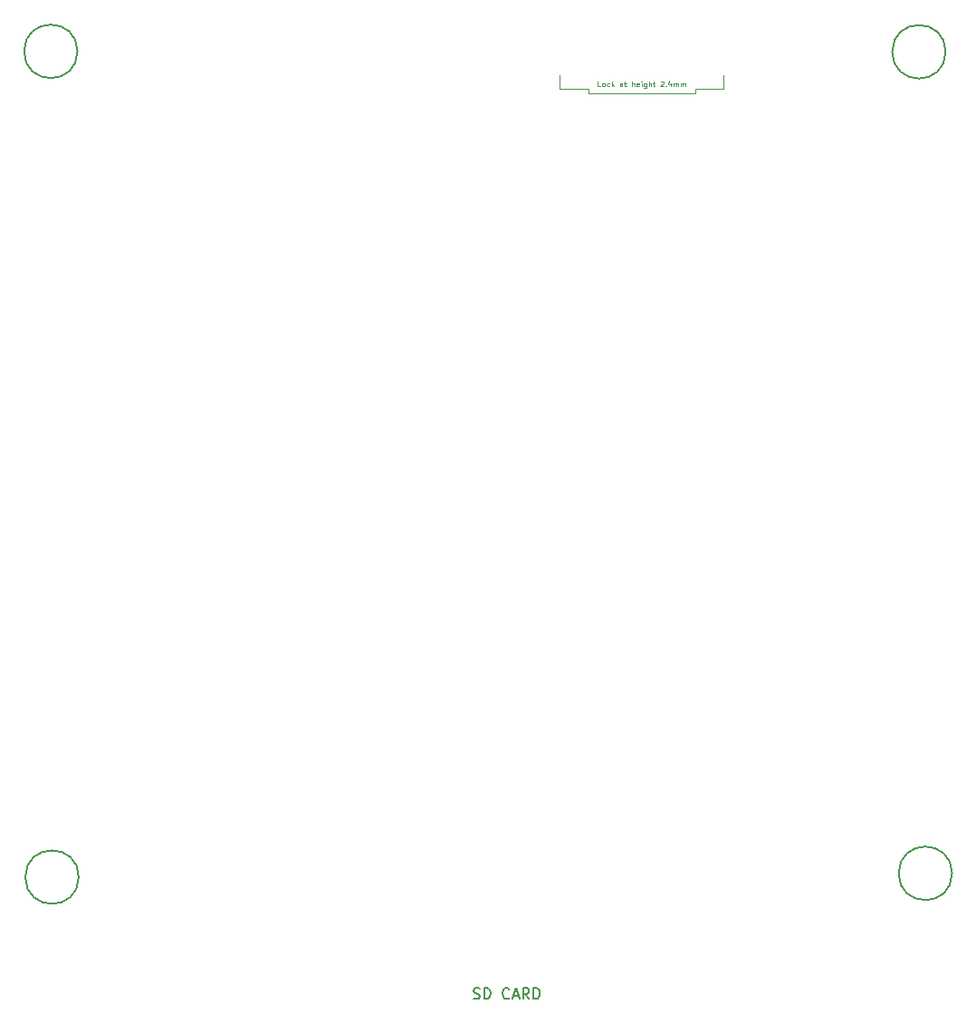
<source format=gbr>
G04 #@! TF.GenerationSoftware,KiCad,Pcbnew,5.1.5-52549c5~86~ubuntu18.04.1*
G04 #@! TF.CreationDate,2020-05-25T12:27:11-05:00*
G04 #@! TF.ProjectId,AICE,41494345-2e6b-4696-9361-645f70636258,rev?*
G04 #@! TF.SameCoordinates,Original*
G04 #@! TF.FileFunction,Other,Comment*
%FSLAX46Y46*%
G04 Gerber Fmt 4.6, Leading zero omitted, Abs format (unit mm)*
G04 Created by KiCad (PCBNEW 5.1.5-52549c5~86~ubuntu18.04.1) date 2020-05-25 12:27:11*
%MOMM*%
%LPD*%
G04 APERTURE LIST*
%ADD10C,0.100000*%
%ADD11C,0.150000*%
%ADD12C,0.060000*%
G04 APERTURE END LIST*
D10*
X87420000Y-71190000D02*
X84770000Y-71190000D01*
X97420000Y-71590000D02*
X97420000Y-71190000D01*
X97420000Y-71190000D02*
X100070000Y-71190000D01*
X97420000Y-71590000D02*
X87420000Y-71590000D01*
X100070000Y-71190000D02*
X100070000Y-69860000D01*
X84770000Y-71190000D02*
X84770000Y-69860000D01*
X87420000Y-71590000D02*
X87420000Y-71190000D01*
D11*
X39780000Y-144800000D02*
G75*
G03X39780000Y-144800000I-2500000J0D01*
G01*
X39666000Y-67652000D02*
G75*
G03X39666000Y-67652000I-2500000J0D01*
G01*
X121450000Y-144450000D02*
G75*
G03X121450000Y-144450000I-2500000J0D01*
G01*
X120850000Y-67690000D02*
G75*
G03X120850000Y-67690000I-2500000J0D01*
G01*
D12*
X88574761Y-70936190D02*
X88336666Y-70936190D01*
X88336666Y-70436190D01*
X88812857Y-70936190D02*
X88765238Y-70912380D01*
X88741428Y-70888571D01*
X88717619Y-70840952D01*
X88717619Y-70698095D01*
X88741428Y-70650476D01*
X88765238Y-70626666D01*
X88812857Y-70602857D01*
X88884285Y-70602857D01*
X88931904Y-70626666D01*
X88955714Y-70650476D01*
X88979523Y-70698095D01*
X88979523Y-70840952D01*
X88955714Y-70888571D01*
X88931904Y-70912380D01*
X88884285Y-70936190D01*
X88812857Y-70936190D01*
X89408095Y-70912380D02*
X89360476Y-70936190D01*
X89265238Y-70936190D01*
X89217619Y-70912380D01*
X89193809Y-70888571D01*
X89170000Y-70840952D01*
X89170000Y-70698095D01*
X89193809Y-70650476D01*
X89217619Y-70626666D01*
X89265238Y-70602857D01*
X89360476Y-70602857D01*
X89408095Y-70626666D01*
X89622380Y-70936190D02*
X89622380Y-70436190D01*
X89670000Y-70745714D02*
X89812857Y-70936190D01*
X89812857Y-70602857D02*
X89622380Y-70793333D01*
X90622380Y-70936190D02*
X90622380Y-70674285D01*
X90598571Y-70626666D01*
X90550952Y-70602857D01*
X90455714Y-70602857D01*
X90408095Y-70626666D01*
X90622380Y-70912380D02*
X90574761Y-70936190D01*
X90455714Y-70936190D01*
X90408095Y-70912380D01*
X90384285Y-70864761D01*
X90384285Y-70817142D01*
X90408095Y-70769523D01*
X90455714Y-70745714D01*
X90574761Y-70745714D01*
X90622380Y-70721904D01*
X90789047Y-70602857D02*
X90979523Y-70602857D01*
X90860476Y-70436190D02*
X90860476Y-70864761D01*
X90884285Y-70912380D01*
X90931904Y-70936190D01*
X90979523Y-70936190D01*
X91527142Y-70936190D02*
X91527142Y-70436190D01*
X91741428Y-70936190D02*
X91741428Y-70674285D01*
X91717619Y-70626666D01*
X91670000Y-70602857D01*
X91598571Y-70602857D01*
X91550952Y-70626666D01*
X91527142Y-70650476D01*
X92170000Y-70912380D02*
X92122380Y-70936190D01*
X92027142Y-70936190D01*
X91979523Y-70912380D01*
X91955714Y-70864761D01*
X91955714Y-70674285D01*
X91979523Y-70626666D01*
X92027142Y-70602857D01*
X92122380Y-70602857D01*
X92170000Y-70626666D01*
X92193809Y-70674285D01*
X92193809Y-70721904D01*
X91955714Y-70769523D01*
X92408095Y-70936190D02*
X92408095Y-70602857D01*
X92408095Y-70436190D02*
X92384285Y-70460000D01*
X92408095Y-70483809D01*
X92431904Y-70460000D01*
X92408095Y-70436190D01*
X92408095Y-70483809D01*
X92860476Y-70602857D02*
X92860476Y-71007619D01*
X92836666Y-71055238D01*
X92812857Y-71079047D01*
X92765238Y-71102857D01*
X92693809Y-71102857D01*
X92646190Y-71079047D01*
X92860476Y-70912380D02*
X92812857Y-70936190D01*
X92717619Y-70936190D01*
X92670000Y-70912380D01*
X92646190Y-70888571D01*
X92622380Y-70840952D01*
X92622380Y-70698095D01*
X92646190Y-70650476D01*
X92670000Y-70626666D01*
X92717619Y-70602857D01*
X92812857Y-70602857D01*
X92860476Y-70626666D01*
X93098571Y-70936190D02*
X93098571Y-70436190D01*
X93312857Y-70936190D02*
X93312857Y-70674285D01*
X93289047Y-70626666D01*
X93241428Y-70602857D01*
X93170000Y-70602857D01*
X93122380Y-70626666D01*
X93098571Y-70650476D01*
X93479523Y-70602857D02*
X93670000Y-70602857D01*
X93550952Y-70436190D02*
X93550952Y-70864761D01*
X93574761Y-70912380D01*
X93622380Y-70936190D01*
X93670000Y-70936190D01*
X94193809Y-70483809D02*
X94217619Y-70460000D01*
X94265238Y-70436190D01*
X94384285Y-70436190D01*
X94431904Y-70460000D01*
X94455714Y-70483809D01*
X94479523Y-70531428D01*
X94479523Y-70579047D01*
X94455714Y-70650476D01*
X94170000Y-70936190D01*
X94479523Y-70936190D01*
X94693809Y-70888571D02*
X94717619Y-70912380D01*
X94693809Y-70936190D01*
X94670000Y-70912380D01*
X94693809Y-70888571D01*
X94693809Y-70936190D01*
X95146190Y-70602857D02*
X95146190Y-70936190D01*
X95027142Y-70412380D02*
X94908095Y-70769523D01*
X95217619Y-70769523D01*
X95408095Y-70936190D02*
X95408095Y-70602857D01*
X95408095Y-70650476D02*
X95431904Y-70626666D01*
X95479523Y-70602857D01*
X95550952Y-70602857D01*
X95598571Y-70626666D01*
X95622380Y-70674285D01*
X95622380Y-70936190D01*
X95622380Y-70674285D02*
X95646190Y-70626666D01*
X95693809Y-70602857D01*
X95765238Y-70602857D01*
X95812857Y-70626666D01*
X95836666Y-70674285D01*
X95836666Y-70936190D01*
X96074761Y-70936190D02*
X96074761Y-70602857D01*
X96074761Y-70650476D02*
X96098571Y-70626666D01*
X96146190Y-70602857D01*
X96217619Y-70602857D01*
X96265238Y-70626666D01*
X96289047Y-70674285D01*
X96289047Y-70936190D01*
X96289047Y-70674285D02*
X96312857Y-70626666D01*
X96360476Y-70602857D01*
X96431904Y-70602857D01*
X96479523Y-70626666D01*
X96503333Y-70674285D01*
X96503333Y-70936190D01*
D11*
X76706001Y-156124141D02*
X76848859Y-156171760D01*
X77086954Y-156171760D01*
X77182192Y-156124141D01*
X77229811Y-156076522D01*
X77277430Y-155981284D01*
X77277430Y-155886046D01*
X77229811Y-155790808D01*
X77182192Y-155743189D01*
X77086954Y-155695570D01*
X76896478Y-155647951D01*
X76801240Y-155600332D01*
X76753620Y-155552713D01*
X76706001Y-155457475D01*
X76706001Y-155362237D01*
X76753620Y-155266999D01*
X76801240Y-155219380D01*
X76896478Y-155171760D01*
X77134573Y-155171760D01*
X77277430Y-155219380D01*
X77706001Y-156171760D02*
X77706001Y-155171760D01*
X77944097Y-155171760D01*
X78086954Y-155219380D01*
X78182192Y-155314618D01*
X78229811Y-155409856D01*
X78277430Y-155600332D01*
X78277430Y-155743189D01*
X78229811Y-155933665D01*
X78182192Y-156028903D01*
X78086954Y-156124141D01*
X77944097Y-156171760D01*
X77706001Y-156171760D01*
X80039335Y-156076522D02*
X79991716Y-156124141D01*
X79848859Y-156171760D01*
X79753620Y-156171760D01*
X79610763Y-156124141D01*
X79515525Y-156028903D01*
X79467906Y-155933665D01*
X79420287Y-155743189D01*
X79420287Y-155600332D01*
X79467906Y-155409856D01*
X79515525Y-155314618D01*
X79610763Y-155219380D01*
X79753620Y-155171760D01*
X79848859Y-155171760D01*
X79991716Y-155219380D01*
X80039335Y-155266999D01*
X80420287Y-155886046D02*
X80896478Y-155886046D01*
X80325049Y-156171760D02*
X80658382Y-155171760D01*
X80991716Y-156171760D01*
X81896478Y-156171760D02*
X81563144Y-155695570D01*
X81325049Y-156171760D02*
X81325049Y-155171760D01*
X81706001Y-155171760D01*
X81801240Y-155219380D01*
X81848859Y-155266999D01*
X81896478Y-155362237D01*
X81896478Y-155505094D01*
X81848859Y-155600332D01*
X81801240Y-155647951D01*
X81706001Y-155695570D01*
X81325049Y-155695570D01*
X82325049Y-156171760D02*
X82325049Y-155171760D01*
X82563144Y-155171760D01*
X82706001Y-155219380D01*
X82801240Y-155314618D01*
X82848859Y-155409856D01*
X82896478Y-155600332D01*
X82896478Y-155743189D01*
X82848859Y-155933665D01*
X82801240Y-156028903D01*
X82706001Y-156124141D01*
X82563144Y-156171760D01*
X82325049Y-156171760D01*
M02*

</source>
